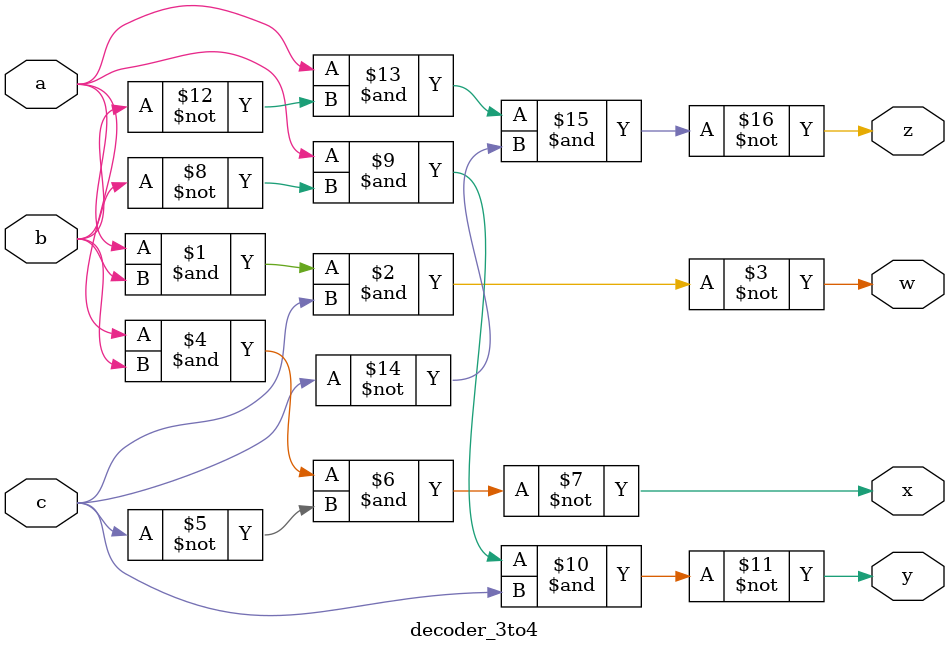
<source format=v>
module decoder_3to4(
    input a, b, c,
    output w, x, y, z
    );
    
    assign w = ~(a & b & c);
    assign x = ~(a & b & ~c);
    assign y = ~(a & ~b & c);
    assign z = ~(a & ~b & ~c);
    
endmodule
</source>
